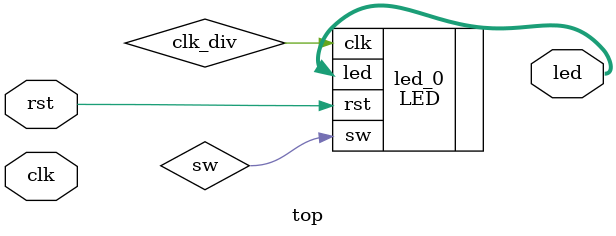
<source format=v>
module top(
    input   clk   ,
    input   rst   ,
    output  [3:0] led
    );
    
    
    LED led_0(
    .clk    (clk_div),
    .rst    (rst),
    .sw     (sw),
    .led    (led)
    );
    
    
    
endmodule

</source>
